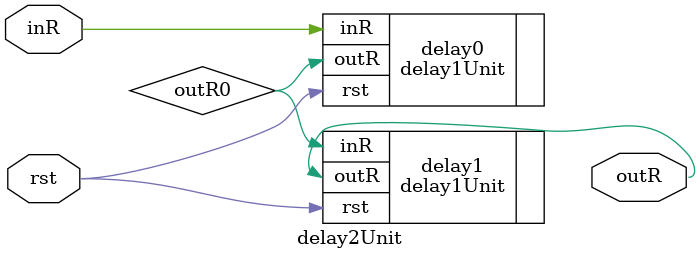
<source format=v>
`timescale 1ns / 1ps


(* dont_touch="true" *)module delay2Unit(
    inR, outR, rst
    );
    input inR;
    output outR;
    input rst;
    
    wire outR0;

    (* dont_touch="true" *)delay1Unit delay0(.inR(inR  ), .outR(outR0), .rst(rst));
    (* dont_touch="true" *)delay1Unit delay1(.inR(outR0), .outR(outR ), .rst(rst));
    
endmodule

</source>
